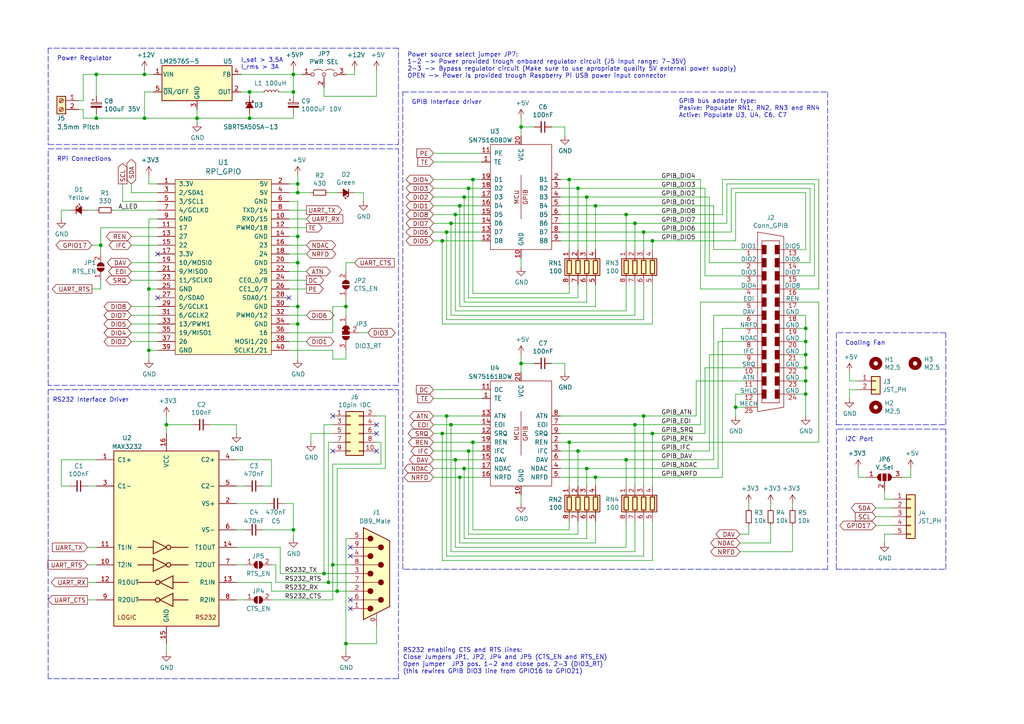
<source format=kicad_sch>
(kicad_sch (version 20211123) (generator eeschema)
  (paper "A4")
  (title_block (title "GrasPiB - Ver. 1") (date "2022-01-13") (rev "3") (company "Andraž Vene") (comment 1 "https://github.com/an-ven/graspib") (comment 4 "Raspberry Pi GPIB, RS232 and Power supply HAT"))
  (junction (at 85.09 21.59))
  (junction (at 41.91 21.59))
  (junction (at 170.18 57.15))
  (junction (at 134.62 57.15))
  (junction (at 233.68 114.3))
  (junction (at 184.15 64.77))
  (junction (at 151.13 36.83))
  (junction (at 129.54 67.31))
  (junction (at 135.89 130.81))
  (junction (at 233.68 110.49))
  (junction (at 189.23 69.85))
  (junction (at 132.08 62.23))
  (junction (at 186.69 67.31))
  (junction (at 137.16 52.07))
  (junction (at 129.54 120.65))
  (junction (at 189.23 125.73))
  (junction (at 86.36 68.58))
  (junction (at 233.68 99.06))
  (junction (at 133.35 59.69))
  (junction (at 134.62 135.89))
  (junction (at 128.27 69.85))
  (junction (at 100.33 88.9))
  (junction (at 151.13 105.41))
  (junction (at 172.72 59.69))
  (junction (at 57.15 34.29))
  (junction (at 93.98 166.37))
  (junction (at 41.91 34.29))
  (junction (at 165.1 128.27))
  (junction (at 27.94 34.29))
  (junction (at 133.35 138.43))
  (junction (at 233.68 95.25))
  (junction (at 137.16 128.27))
  (junction (at 213.36 118.11))
  (junction (at 29.21 71.12))
  (junction (at 97.79 171.45))
  (junction (at 85.09 153.67))
  (junction (at 184.15 123.19))
  (junction (at 86.36 76.2))
  (junction (at 72.39 26.67))
  (junction (at 100.33 186.69))
  (junction (at 172.72 138.43))
  (junction (at 96.52 163.83))
  (junction (at 27.94 21.59))
  (junction (at 167.64 54.61))
  (junction (at 165.1 52.07))
  (junction (at 86.36 93.98))
  (junction (at 128.27 125.73))
  (junction (at 186.69 120.65))
  (junction (at 130.81 123.19))
  (junction (at 233.68 102.87))
  (junction (at 86.36 55.88))
  (junction (at 233.68 106.68))
  (junction (at 43.18 101.6))
  (junction (at 181.61 62.23))
  (junction (at 130.81 64.77))
  (junction (at 86.36 88.9))
  (junction (at 135.89 54.61))
  (junction (at 95.25 168.91))
  (junction (at 48.26 123.19))
  (junction (at 170.18 135.89))
  (junction (at 85.09 26.67))
  (junction (at 181.61 133.35))
  (junction (at 72.39 34.29))
  (junction (at 167.64 130.81))
  (junction (at 86.36 53.34))
  (junction (at 43.18 83.82))
  (junction (at 132.08 133.35))
  (no_connect (at 101.6 161.29))
  (no_connect (at 45.72 73.66))
  (no_connect (at 101.6 158.75))
  (no_connect (at 96.52 130.81))
  (no_connect (at 83.82 86.36))
  (no_connect (at 109.22 130.81))
  (no_connect (at 45.72 86.36))
  (no_connect (at 101.6 176.53))
  (no_connect (at 101.6 173.99))
  (no_connect (at 109.22 125.73))
  (no_connect (at 109.22 123.19))
  (no_connect (at 96.52 120.65))
  (wire (pts (xy 130.81 64.77) (xy 139.7 64.77)))
  (wire (pts (xy 68.58 173.99) (xy 71.12 173.99)))
  (wire (pts (xy 38.1 93.98) (xy 45.72 93.98)))
  (wire (pts (xy 45.72 96.52) (xy 38.1 96.52)))
  (wire (pts (xy 110.49 134.62) (xy 110.49 128.27)))
  (wire (pts (xy 151.13 105.41) (xy 151.13 107.95)))
  (wire (pts (xy 135.89 54.61) (xy 139.7 54.61)))
  (wire (pts (xy 165.1 153.67) (xy 137.16 153.67)))
  (wire (pts (xy 43.18 104.14) (xy 43.18 101.6)))
  (wire (pts (xy 172.72 140.97) (xy 172.72 138.43)))
  (wire (pts (xy 162.56 59.69) (xy 172.72 59.69)))
  (wire (pts (xy 133.35 157.48) (xy 133.35 138.43)))
  (wire (pts (xy 134.62 87.63) (xy 134.62 57.15)))
  (wire (pts (xy 231.14 102.87) (xy 233.68 102.87)))
  (wire (pts (xy 172.72 82.55) (xy 172.72 88.9)))
  (wire (pts (xy 43.18 50.8) (xy 43.18 53.34)))
  (wire (pts (xy 130.81 160.02) (xy 130.81 123.19)))
  (wire (pts (xy 248.92 113.03) (xy 246.38 113.03)))
  (wire (pts (xy 162.56 57.15) (xy 170.18 57.15)))
  (wire (pts (xy 167.64 154.94) (xy 135.89 154.94)))
  (wire (pts (xy 85.09 21.59) (xy 69.85 21.59)))
  (wire (pts (xy 259.08 144.78) (xy 256.54 144.78)))
  (polyline (pts (xy 115.57 41.91) (xy 115.57 13.97)))
  (wire (pts (xy 137.16 85.09) (xy 137.16 52.07)))
  (wire (pts (xy 181.61 72.39) (xy 181.61 62.23)))
  (wire (pts (xy 165.1 128.27) (xy 237.49 128.27)))
  (wire (pts (xy 132.08 158.75) (xy 132.08 133.35)))
  (wire (pts (xy 151.13 77.47) (xy 151.13 74.93)))
  (wire (pts (xy 130.81 91.44) (xy 130.81 64.77)))
  (wire (pts (xy 88.9 83.82) (xy 83.82 83.82)))
  (wire (pts (xy 181.61 140.97) (xy 181.61 133.35)))
  (wire (pts (xy 162.56 135.89) (xy 170.18 135.89)))
  (wire (pts (xy 162.56 130.81) (xy 167.64 130.81)))
  (wire (pts (xy 24.13 34.29) (xy 27.94 34.29)))
  (wire (pts (xy 93.98 166.37) (xy 81.28 166.37)))
  (wire (pts (xy 97.79 171.45) (xy 78.74 171.45)))
  (polyline (pts (xy 13.97 13.97) (xy 13.97 41.91)))
  (wire (pts (xy 125.73 52.07) (xy 137.16 52.07)))
  (wire (pts (xy 165.1 82.55) (xy 165.1 85.09)))
  (wire (pts (xy 212.09 67.31) (xy 212.09 54.61)))
  (wire (pts (xy 165.1 151.13) (xy 165.1 153.67)))
  (wire (pts (xy 231.14 106.68) (xy 233.68 106.68)))
  (polyline (pts (xy 13.97 196.85) (xy 13.97 113.03)))
  (wire (pts (xy 29.21 83.82) (xy 26.67 83.82)))
  (wire (pts (xy 254 147.32) (xy 259.08 147.32)))
  (wire (pts (xy 201.93 110.49) (xy 215.9 110.49)))
  (wire (pts (xy 139.7 67.31) (xy 129.54 67.31)))
  (wire (pts (xy 24.13 21.59) (xy 27.94 21.59)))
  (wire (pts (xy 186.69 120.65) (xy 201.93 120.65)))
  (wire (pts (xy 209.55 62.23) (xy 209.55 52.07)))
  (wire (pts (xy 101.6 163.83) (xy 96.52 163.83)))
  (wire (pts (xy 139.7 135.89) (xy 134.62 135.89)))
  (wire (pts (xy 167.64 130.81) (xy 167.64 140.97)))
  (wire (pts (xy 189.23 93.98) (xy 128.27 93.98)))
  (wire (pts (xy 93.98 123.19) (xy 93.98 166.37)))
  (wire (pts (xy 57.15 34.29) (xy 72.39 34.29)))
  (wire (pts (xy 29.21 71.12) (xy 29.21 73.66)))
  (wire (pts (xy 27.94 60.96) (xy 25.4 60.96)))
  (wire (pts (xy 184.15 82.55) (xy 184.15 91.44)))
  (wire (pts (xy 45.72 91.44) (xy 38.1 91.44)))
  (wire (pts (xy 86.36 88.9) (xy 86.36 76.2)))
  (wire (pts (xy 78.74 171.45) (xy 78.74 168.91)))
  (polyline (pts (xy 116.84 165.1) (xy 116.84 26.67)))
  (wire (pts (xy 41.91 21.59) (xy 44.45 21.59)))
  (wire (pts (xy 125.73 57.15) (xy 134.62 57.15)))
  (wire (pts (xy 43.18 63.5) (xy 43.18 83.82)))
  (wire (pts (xy 229.87 146.05) (xy 229.87 147.32)))
  (wire (pts (xy 203.2 83.82) (xy 215.9 83.82)))
  (polyline (pts (xy 242.57 165.1) (xy 274.32 165.1)))
  (wire (pts (xy 172.72 72.39) (xy 172.72 59.69)))
  (wire (pts (xy 162.56 120.65) (xy 186.69 120.65)))
  (wire (pts (xy 100.33 88.9) (xy 100.33 91.44)))
  (wire (pts (xy 181.61 158.75) (xy 132.08 158.75)))
  (wire (pts (xy 184.15 151.13) (xy 184.15 160.02)))
  (wire (pts (xy 100.33 156.21) (xy 100.33 186.69)))
  (wire (pts (xy 57.15 34.29) (xy 57.15 31.75)))
  (wire (pts (xy 170.18 87.63) (xy 134.62 87.63)))
  (wire (pts (xy 151.13 34.29) (xy 151.13 36.83)))
  (wire (pts (xy 20.32 60.96) (xy 17.78 60.96)))
  (wire (pts (xy 181.61 62.23) (xy 209.55 62.23)))
  (wire (pts (xy 151.13 102.87) (xy 151.13 105.41)))
  (wire (pts (xy 27.94 168.91) (xy 25.4 168.91)))
  (wire (pts (xy 184.15 72.39) (xy 184.15 64.77)))
  (wire (pts (xy 237.49 128.27) (xy 237.49 87.63)))
  (wire (pts (xy 17.78 140.97) (xy 17.78 133.35)))
  (wire (pts (xy 72.39 34.29) (xy 85.09 34.29)))
  (wire (pts (xy 109.22 27.94) (xy 109.22 20.32)))
  (wire (pts (xy 45.72 83.82) (xy 43.18 83.82)))
  (wire (pts (xy 125.73 59.69) (xy 133.35 59.69)))
  (wire (pts (xy 264.16 138.43) (xy 264.16 135.89)))
  (wire (pts (xy 170.18 135.89) (xy 208.28 135.89)))
  (wire (pts (xy 233.68 102.87) (xy 233.68 99.06)))
  (wire (pts (xy 41.91 20.32) (xy 41.91 21.59)))
  (wire (pts (xy 203.2 123.19) (xy 203.2 87.63)))
  (wire (pts (xy 256.54 144.78) (xy 256.54 142.24)))
  (wire (pts (xy 129.54 92.71) (xy 129.54 67.31)))
  (wire (pts (xy 85.09 26.67) (xy 85.09 21.59)))
  (wire (pts (xy 204.47 54.61) (xy 204.47 80.01)))
  (wire (pts (xy 162.56 52.07) (xy 165.1 52.07)))
  (wire (pts (xy 85.09 153.67) (xy 85.09 146.05)))
  (polyline (pts (xy 115.57 13.97) (xy 13.97 13.97)))
  (wire (pts (xy 86.36 55.88) (xy 90.17 55.88)))
  (wire (pts (xy 133.35 138.43) (xy 139.7 138.43)))
  (wire (pts (xy 207.01 133.35) (xy 207.01 91.44)))
  (wire (pts (xy 25.4 158.75) (xy 27.94 158.75)))
  (wire (pts (xy 189.23 162.56) (xy 128.27 162.56)))
  (wire (pts (xy 132.08 62.23) (xy 139.7 62.23)))
  (wire (pts (xy 68.58 123.19) (xy 68.58 125.73)))
  (wire (pts (xy 259.08 154.94) (xy 256.54 154.94)))
  (wire (pts (xy 204.47 80.01) (xy 215.9 80.01)))
  (wire (pts (xy 248.92 138.43) (xy 248.92 135.89)))
  (wire (pts (xy 134.62 57.15) (xy 139.7 57.15)))
  (wire (pts (xy 135.89 130.81) (xy 125.73 130.81)))
  (wire (pts (xy 60.96 123.19) (xy 68.58 123.19)))
  (wire (pts (xy 128.27 162.56) (xy 128.27 125.73)))
  (wire (pts (xy 162.56 138.43) (xy 172.72 138.43)))
  (wire (pts (xy 184.15 64.77) (xy 210.82 64.77)))
  (wire (pts (xy 160.02 105.41) (xy 163.83 105.41)))
  (wire (pts (xy 132.08 133.35) (xy 139.7 133.35)))
  (wire (pts (xy 88.9 71.12) (xy 83.82 71.12)))
  (wire (pts (xy 88.9 78.74) (xy 83.82 78.74)))
  (wire (pts (xy 167.64 54.61) (xy 204.47 54.61)))
  (wire (pts (xy 186.69 92.71) (xy 129.54 92.71)))
  (wire (pts (xy 80.01 168.91) (xy 95.25 168.91)))
  (wire (pts (xy 170.18 82.55) (xy 170.18 87.63)))
  (wire (pts (xy 165.1 52.07) (xy 203.2 52.07)))
  (wire (pts (xy 86.36 104.14) (xy 86.36 93.98)))
  (wire (pts (xy 38.1 81.28) (xy 45.72 81.28)))
  (wire (pts (xy 205.74 102.87) (xy 215.9 102.87)))
  (wire (pts (xy 109.22 181.61) (xy 109.22 186.69)))
  (wire (pts (xy 189.23 82.55) (xy 189.23 93.98)))
  (wire (pts (xy 17.78 133.35) (xy 27.94 133.35)))
  (wire (pts (xy 83.82 66.04) (xy 88.9 66.04)))
  (polyline (pts (xy 115.57 196.85) (xy 13.97 196.85)))
  (wire (pts (xy 125.73 44.45) (xy 139.7 44.45)))
  (wire (pts (xy 20.32 140.97) (xy 17.78 140.97)))
  (wire (pts (xy 259.08 152.4) (xy 254 152.4)))
  (wire (pts (xy 213.36 120.65) (xy 213.36 118.11)))
  (wire (pts (xy 128.27 93.98) (xy 128.27 69.85)))
  (wire (pts (xy 172.72 88.9) (xy 133.35 88.9)))
  (wire (pts (xy 48.26 189.23) (xy 48.26 186.69)))
  (wire (pts (xy 35.56 58.42) (xy 35.56 53.34)))
  (wire (pts (xy 25.4 173.99) (xy 27.94 173.99)))
  (wire (pts (xy 93.98 123.19) (xy 96.52 123.19)))
  (wire (pts (xy 85.09 26.67) (xy 81.28 26.67)))
  (wire (pts (xy 100.33 78.74) (xy 100.33 76.2)))
  (wire (pts (xy 214.63 160.02) (xy 229.87 160.02)))
  (wire (pts (xy 207.01 72.39) (xy 215.9 72.39)))
  (wire (pts (xy 163.83 36.83) (xy 163.83 39.37)))
  (wire (pts (xy 85.09 156.21) (xy 85.09 153.67)))
  (wire (pts (xy 76.2 140.97) (xy 78.74 140.97)))
  (wire (pts (xy 133.35 59.69) (xy 139.7 59.69)))
  (wire (pts (xy 181.61 133.35) (xy 207.01 133.35)))
  (wire (pts (xy 27.94 163.83) (xy 25.4 163.83)))
  (wire (pts (xy 45.72 78.74) (xy 38.1 78.74)))
  (wire (pts (xy 167.64 54.61) (xy 167.64 72.39)))
  (wire (pts (xy 90.17 128.27) (xy 90.17 125.73)))
  (wire (pts (xy 96.52 96.52) (xy 96.52 88.9)))
  (wire (pts (xy 96.52 104.14) (xy 100.33 104.14)))
  (wire (pts (xy 181.61 82.55) (xy 181.61 90.17)))
  (wire (pts (xy 233.68 114.3) (xy 233.68 110.49)))
  (wire (pts (xy 29.21 81.28) (xy 29.21 83.82)))
  (wire (pts (xy 95.25 128.27) (xy 96.52 128.27)))
  (wire (pts (xy 125.73 54.61) (xy 135.89 54.61)))
  (wire (pts (xy 76.2 153.67) (xy 85.09 153.67)))
  (polyline (pts (xy 274.32 123.19) (xy 274.32 96.52)))
  (wire (pts (xy 236.22 80.01) (xy 231.14 80.01)))
  (wire (pts (xy 254 149.86) (xy 259.08 149.86)))
  (wire (pts (xy 167.64 82.55) (xy 167.64 86.36)))
  (polyline (pts (xy 115.57 111.76) (xy 13.97 111.76)))
  (wire (pts (xy 217.17 146.05) (xy 217.17 147.32)))
  (wire (pts (xy 223.52 146.05) (xy 223.52 147.32)))
  (wire (pts (xy 93.98 25.4) (xy 93.98 27.94)))
  (wire (pts (xy 233.68 120.65) (xy 233.68 114.3)))
  (wire (pts (xy 151.13 36.83) (xy 151.13 39.37)))
  (wire (pts (xy 44.45 26.67) (xy 41.91 26.67)))
  (wire (pts (xy 125.73 69.85) (xy 128.27 69.85)))
  (wire (pts (xy 101.6 156.21) (xy 100.33 156.21)))
  (wire (pts (xy 207.01 59.69) (xy 207.01 72.39)))
  (wire (pts (xy 189.23 151.13) (xy 189.23 162.56)))
  (wire (pts (xy 45.72 58.42) (xy 35.56 58.42)))
  (wire (pts (xy 129.54 161.29) (xy 129.54 120.65)))
  (wire (pts (xy 48.26 123.19) (xy 48.26 120.65)))
  (wire (pts (xy 233.68 95.25) (xy 233.68 91.44)))
  (wire (pts (xy 81.28 158.75) (xy 68.58 158.75)))
  (wire (pts (xy 181.61 90.17) (xy 132.08 90.17)))
  (wire (pts (xy 109.22 186.69) (xy 100.33 186.69)))
  (wire (pts (xy 261.62 138.43) (xy 264.16 138.43)))
  (wire (pts (xy 86.36 88.9) (xy 83.82 88.9)))
  (wire (pts (xy 162.56 54.61) (xy 167.64 54.61)))
  (wire (pts (xy 33.02 60.96) (xy 45.72 60.96)))
  (wire (pts (xy 246.38 110.49) (xy 246.38 107.95)))
  (wire (pts (xy 223.52 157.48) (xy 223.52 152.4)))
  (wire (pts (xy 203.2 87.63) (xy 215.9 87.63)))
  (wire (pts (xy 130.81 123.19) (xy 139.7 123.19)))
  (wire (pts (xy 110.49 128.27) (xy 109.22 128.27)))
  (wire (pts (xy 128.27 125.73) (xy 125.73 125.73)))
  (wire (pts (xy 256.54 154.94) (xy 256.54 157.48)))
  (wire (pts (xy 96.52 173.99) (xy 78.74 173.99)))
  (wire (pts (xy 134.62 135.89) (xy 125.73 135.89)))
  (wire (pts (xy 86.36 55.88) (xy 86.36 53.34)))
  (wire (pts (xy 172.72 157.48) (xy 133.35 157.48)))
  (wire (pts (xy 87.63 21.59) (xy 85.09 21.59)))
  (wire (pts (xy 160.02 36.83) (xy 163.83 36.83)))
  (wire (pts (xy 83.82 96.52) (xy 96.52 96.52)))
  (wire (pts (xy 207.01 91.44) (xy 215.9 91.44)))
  (wire (pts (xy 102.87 21.59) (xy 100.33 21.59)))
  (wire (pts (xy 210.82 64.77) (xy 210.82 53.34)))
  (wire (pts (xy 78.74 168.91) (xy 68.58 168.91)))
  (wire (pts (xy 233.68 72.39) (xy 231.14 72.39)))
  (wire (pts (xy 96.52 163.83) (xy 96.52 134.62)))
  (wire (pts (xy 27.94 140.97) (xy 25.4 140.97)))
  (wire (pts (xy 184.15 160.02) (xy 130.81 160.02)))
  (polyline (pts (xy 115.57 43.18) (xy 115.57 111.76)))
  (wire (pts (xy 137.16 128.27) (xy 139.7 128.27)))
  (wire (pts (xy 100.33 76.2) (xy 102.87 76.2)))
  (wire (pts (xy 68.58 146.05) (xy 77.47 146.05)))
  (wire (pts (xy 134.62 156.21) (xy 134.62 135.89)))
  (wire (pts (xy 26.67 71.12) (xy 29.21 71.12)))
  (wire (pts (xy 205.74 76.2) (xy 215.9 76.2)))
  (polyline (pts (xy 274.32 124.46) (xy 242.57 124.46)))
  (wire (pts (xy 76.2 26.67) (xy 72.39 26.67)))
  (wire (pts (xy 86.36 76.2) (xy 86.36 68.58)))
  (wire (pts (xy 111.76 135.89) (xy 97.79 135.89)))
  (wire (pts (xy 165.1 85.09) (xy 137.16 85.09)))
  (polyline (pts (xy 274.32 96.52) (xy 242.57 96.52)))
  (wire (pts (xy 209.55 95.25) (xy 215.9 95.25)))
  (wire (pts (xy 97.79 135.89) (xy 97.79 171.45)))
  (wire (pts (xy 234.95 76.2) (xy 231.14 76.2)))
  (wire (pts (xy 95.25 128.27) (xy 95.25 168.91)))
  (polyline (pts (xy 115.57 113.03) (xy 115.57 196.85)))
  (wire (pts (xy 100.33 86.36) (xy 100.33 88.9)))
  (wire (pts (xy 48.26 125.73) (xy 48.26 123.19)))
  (wire (pts (xy 172.72 151.13) (xy 172.72 157.48)))
  (wire (pts (xy 162.56 123.19) (xy 184.15 123.19)))
  (wire (pts (xy 186.69 151.13) (xy 186.69 161.29)))
  (wire (pts (xy 231.14 110.49) (xy 233.68 110.49)))
  (wire (pts (xy 38.1 68.58) (xy 45.72 68.58)))
  (wire (pts (xy 78.74 133.35) (xy 68.58 133.35)))
  (wire (pts (xy 233.68 110.49) (xy 233.68 106.68)))
  (wire (pts (xy 172.72 59.69) (xy 207.01 59.69)))
  (wire (pts (xy 55.88 123.19) (xy 48.26 123.19)))
  (wire (pts (xy 45.72 66.04) (xy 29.21 66.04)))
  (wire (pts (xy 186.69 140.97) (xy 186.69 120.65)))
  (polyline (pts (xy 242.57 96.52) (xy 242.57 123.19)))
  (wire (pts (xy 80.01 163.83) (xy 78.74 163.83)))
  (wire (pts (xy 163.83 105.41) (xy 163.83 107.95)))
  (wire (pts (xy 213.36 55.88) (xy 213.36 69.85)))
  (wire (pts (xy 85.09 27.94) (xy 85.09 26.67)))
  (wire (pts (xy 128.27 69.85) (xy 139.7 69.85)))
  (wire (pts (xy 24.13 31.75) (xy 24.13 34.29)))
  (wire (pts (xy 71.12 153.67) (xy 68.58 153.67)))
  (wire (pts (xy 165.1 140.97) (xy 165.1 128.27)))
  (wire (pts (xy 181.61 151.13) (xy 181.61 158.75)))
  (wire (pts (xy 83.82 91.44) (xy 88.9 91.44)))
  (wire (pts (xy 57.15 34.29) (xy 57.15 35.56)))
  (wire (pts (xy 125.73 133.35) (xy 132.08 133.35)))
  (wire (pts (xy 85.09 146.05) (xy 82.55 146.05)))
  (wire (pts (xy 186.69 161.29) (xy 129.54 161.29)))
  (wire (pts (xy 29.21 66.04) (xy 29.21 71.12)))
  (wire (pts (xy 83.82 101.6) (xy 96.52 101.6)))
  (wire (pts (xy 135.89 86.36) (xy 135.89 54.61)))
  (wire (pts (xy 38.1 55.88) (xy 38.1 53.34)))
  (wire (pts (xy 170.18 57.15) (xy 205.74 57.15)))
  (wire (pts (xy 162.56 67.31) (xy 186.69 67.31)))
  (wire (pts (xy 96.52 134.62) (xy 110.49 134.62)))
  (wire (pts (xy 208.28 135.89) (xy 208.28 99.06)))
  (wire (pts (xy 132.08 90.17) (xy 132.08 62.23)))
  (wire (pts (xy 90.17 125.73) (xy 96.52 125.73)))
  (wire (pts (xy 22.86 29.21) (xy 24.13 29.21)))
  (wire (pts (xy 162.56 62.23) (xy 181.61 62.23)))
  (wire (pts (xy 86.36 68.58) (xy 86.36 58.42)))
  (wire (pts (xy 102.87 20.32) (xy 102.87 21.59)))
  (polyline (pts (xy 242.57 123.19) (xy 274.32 123.19)))
  (polyline (pts (xy 13.97 43.18) (xy 115.57 43.18)))
  (polyline (pts (xy 242.57 124.46) (xy 242.57 165.1)))
  (wire (pts (xy 170.18 156.21) (xy 134.62 156.21)))
  (wire (pts (xy 125.73 123.19) (xy 130.81 123.19)))
  (wire (pts (xy 45.72 71.12) (xy 38.1 71.12)))
  (wire (pts (xy 170.18 151.13) (xy 170.18 156.21)))
  (wire (pts (xy 129.54 67.31) (xy 125.73 67.31)))
  (wire (pts (xy 45.72 63.5) (xy 43.18 63.5)))
  (polyline (pts (xy 240.03 26.67) (xy 240.03 165.1)))
  (wire (pts (xy 125.73 128.27) (xy 137.16 128.27)))
  (wire (pts (xy 205.74 57.15) (xy 205.74 76.2)))
  (wire (pts (xy 213.36 55.88) (xy 233.68 55.88)))
  (wire (pts (xy 71.12 163.83) (xy 68.58 163.83)))
  (wire (pts (xy 184.15 123.19) (xy 203.2 123.19)))
  (wire (pts (xy 201.93 120.65) (xy 201.93 110.49)))
  (wire (pts (xy 83.82 99.06) (xy 88.9 99.06)))
  (wire (pts (xy 83.82 73.66) (xy 88.9 73.66)))
  (wire (pts (xy 139.7 113.03) (xy 125.73 113.03)))
  (wire (pts (xy 167.64 151.13) (xy 167.64 154.94)))
  (wire (pts (xy 41.91 26.67) (xy 41.91 34.29)))
  (wire (pts (xy 236.22 53.34) (xy 236.22 80.01)))
  (wire (pts (xy 189.23 69.85) (xy 213.36 69.85)))
  (wire (pts (xy 83.82 55.88) (xy 86.36 55.88)))
  (wire (pts (xy 217.17 154.94) (xy 217.17 152.4)))
  (wire (pts (xy 125.73 46.99) (xy 139.7 46.99)))
  (wire (pts (xy 86.36 93.98) (xy 83.82 93.98)))
  (wire (pts (xy 38.1 88.9) (xy 45.72 88.9)))
  (polyline (pts (xy 274.32 165.1) (xy 274.32 124.46)))
  (wire (pts (xy 106.68 96.52) (xy 104.14 96.52)))
  (wire (pts (xy 231.14 95.25) (xy 233.68 95.25)))
  (wire (pts (xy 17.78 63.5) (xy 17.78 60.96)))
  (wire (pts (xy 100.33 104.14) (xy 100.33 101.6)))
  (wire (pts (xy 208.28 99.06) (xy 215.9 99.06)))
  (wire (pts (xy 139.7 130.81) (xy 135.89 130.81)))
  (wire (pts (xy 109.22 120.65) (xy 111.76 120.65)))
  (wire (pts (xy 86.36 53.34) (xy 86.36 50.8)))
  (wire (pts (xy 212.09 54.61) (xy 234.95 54.61)))
  (wire (pts (xy 167.64 86.36) (xy 135.89 86.36)))
  (wire (pts (xy 237.49 87.63) (xy 231.14 87.63)))
  (wire (pts (xy 38.1 99.06) (xy 45.72 99.06)))
  (wire (pts (xy 151.13 146.05) (xy 151.13 143.51)))
  (wire (pts (xy 214.63 154.94) (xy 217.17 154.94)))
  (polyline (pts (xy 13.97 113.03) (xy 115.57 113.03)))
  (wire (pts (xy 167.64 130.81) (xy 205.74 130.81)))
  (wire (pts (xy 125.73 138.43) (xy 133.35 138.43)))
  (wire (pts (xy 210.82 53.34) (xy 236.22 53.34)))
  (wire (pts (xy 189.23 72.39) (xy 189.23 69.85)))
  (wire (pts (xy 203.2 52.07) (xy 203.2 83.82)))
  (wire (pts (xy 81.28 166.37) (xy 81.28 158.75)))
  (wire (pts (xy 204.47 106.68) (xy 215.9 106.68)))
  (wire (pts (xy 233.68 114.3) (xy 231.14 114.3)))
  (wire (pts (xy 43.18 83.82) (xy 43.18 101.6)))
  (wire (pts (xy 133.35 88.9) (xy 133.35 59.69)))
  (wire (pts (xy 162.56 125.73) (xy 189.23 125.73)))
  (wire (pts (xy 24.13 29.21) (xy 24.13 21.59)))
  (wire (pts (xy 83.82 53.34) (xy 86.36 53.34)))
  (wire (pts (xy 184.15 91.44) (xy 130.81 91.44)))
  (wire (pts (xy 27.94 27.94) (xy 27.94 21.59)))
  (wire (pts (xy 229.87 160.02) (xy 229.87 152.4)))
  (wire (pts (xy 96.52 88.9) (xy 100.33 88.9)))
  (wire (pts (xy 78.74 140.97) (xy 78.74 133.35)))
  (wire (pts (xy 162.56 69.85) (xy 189.23 69.85)))
  (wire (pts (xy 213.36 114.3) (xy 215.9 114.3)))
  (wire (pts (xy 86.36 93.98) (xy 86.36 88.9)))
  (wire (pts (xy 189.23 125.73) (xy 204.47 125.73)))
  (wire (pts (xy 129.54 120.65) (xy 125.73 120.65)))
  (wire (pts (xy 83.82 81.28) (xy 88.9 81.28)))
  (wire (pts (xy 96.52 101.6) (xy 96.52 104.14)))
  (wire (pts (xy 135.89 154.94) (xy 135.89 130.81)))
  (wire (pts (xy 154.94 105.41) (xy 151.13 105.41)))
  (wire (pts (xy 95.25 168.91) (xy 101.6 168.91)))
  (polyline (pts (xy 240.03 165.1) (xy 116.84 165.1)))
  (wire (pts (xy 105.41 55.88) (xy 105.41 58.42)))
  (wire (pts (xy 162.56 64.77) (xy 184.15 64.77)))
  (wire (pts (xy 27.94 21.59) (xy 41.91 21.59)))
  (wire (pts (xy 88.9 60.96) (xy 83.82 60.96)))
  (wire (pts (xy 215.9 118.11) (xy 213.36 118.11)))
  (wire (pts (xy 27.94 34.29) (xy 41.91 34.29)))
  (wire (pts (xy 72.39 26.67) (xy 69.85 26.67)))
  (wire (pts (xy 125.73 62.23) (xy 132.08 62.23)))
  (wire (pts (xy 43.18 101.6) (xy 45.72 101.6)))
  (wire (pts (xy 234.95 54.61) (xy 234.95 76.2)))
  (wire (pts (xy 233.68 91.44) (xy 231.14 91.44)))
  (wire (pts (xy 68.58 140.97) (xy 71.12 140.97)))
  (wire (pts (xy 162.56 133.35) (xy 181.61 133.35)))
  (wire (pts (xy 22.86 31.75) (xy 24.13 31.75)))
  (wire (pts (xy 214.63 157.48) (xy 223.52 157.48)))
  (wire (pts (xy 137.16 153.67) (xy 137.16 128.27)))
  (wire (pts (xy 186.69 82.55) (xy 186.69 92.71)))
  (wire (pts (xy 41.91 34.29) (xy 57.15 34.29)))
  (wire (pts (xy 231.14 99.06) (xy 233.68 99.06)))
  (wire (pts (xy 233.68 55.88) (xy 233.68 72.39)))
  (wire (pts (xy 184.15 123.19) (xy 184.15 140.97)))
  (wire (pts (xy 139.7 120.65) (xy 129.54 120.65)))
  (wire (pts (xy 93.98 27.94) (xy 109.22 27.94)))
  (wire (pts (xy 72.39 34.29) (xy 72.39 33.02)))
  (wire (pts (xy 43.18 53.34) (xy 45.72 53.34)))
  (wire (pts (xy 204.47 125.73) (xy 204.47 106.68)))
  (wire (pts (xy 86.36 68.58) (xy 83.82 68.58)))
  (wire (pts (xy 85.09 20.32) (xy 85.09 21.59)))
  (wire (pts (xy 248.92 110.49) (xy 246.38 110.49)))
  (polyline (pts (xy 13.97 41.91) (xy 115.57 41.91)))
  (wire (pts (xy 38.1 76.2) (xy 45.72 76.2)))
  (wire (pts (xy 139.7 125.73) (xy 128.27 125.73)))
  (wire (pts (xy 125.73 115.57) (xy 139.7 115.57)))
  (wire (pts (xy 80.01 168.91) (xy 80.01 163.83)))
  (wire (pts (xy 162.56 128.27) (xy 165.1 128.27)))
  (wire (pts (xy 83.82 63.5) (xy 88.9 63.5)))
  (wire (pts (xy 165.1 72.39) (xy 165.1 52.07)))
  (wire (pts (xy 100.33 186.69) (xy 100.33 189.23)))
  (wire (pts (xy 101.6 166.37) (xy 93.98 166.37)))
  (wire (pts (xy 251.46 138.43) (xy 248.92 138.43)))
  (wire (pts (xy 45.72 55.88) (xy 38.1 55.88)))
  (wire (pts (xy 205.74 130.81) (xy 205.74 102.87)))
  (wire (pts (xy 172.72 138.43) (xy 209.55 138.43)))
  (wire (pts (xy 246.38 113.03) (xy 246.38 115.57)))
  (wire (pts (xy 154.94 36.83) (xy 151.13 36.83)))
  (wire (pts (xy 102.87 55.88) (xy 105.41 55.88)))
  (wire (pts (xy 209.55 52.07) (xy 237.49 52.07)))
  (wire (pts (xy 189.23 140.97) (xy 189.23 125.73)))
  (wire (pts (xy 111.76 120.65) (xy 111.76 135.89)))
  (wire (pts (xy 125.73 64.77) (xy 130.81 64.77)))
  (wire (pts (xy 237.49 52.07) (xy 237.49 83.82)))
  (wire (pts (xy 95.25 55.88) (xy 97.79 55.88)))
  (wire (pts (xy 186.69 67.31) (xy 212.09 67.31)))
  (wire (pts (xy 170.18 72.39) (xy 170.18 57.15)))
  (wire (pts (xy 101.6 171.45) (xy 97.79 171.45)))
  (wire (pts (xy 86.36 58.42) (xy 83.82 58.42)))
  (wire (pts (xy 233.68 99.06) (xy 233.68 95.25)))
  (wire (pts (xy 27.94 33.02) (xy 27.94 34.29)))
  (wire (pts (xy 170.18 140.97) (xy 170.18 135.89)))
  (wire (pts (xy 209.55 138.43) (xy 209.55 95.25)))
  (wire (pts (xy 137.16 52.07) (xy 139.7 52.07)))
  (wire (pts (xy 233.68 106.68) (xy 233.68 102.87)))
  (wire (pts (xy 72.39 27.94) (xy 72.39 26.67)))
  (polyline (pts (xy 116.84 26.67) (xy 240.03 26.67)))
  (wire (pts (xy 213.36 118.11) (xy 213.36 114.3)))
  (wire (pts (xy 85.09 34.29) (xy 85.09 33.02)))
  (polyline (pts (xy 13.97 111.76) (xy 13.97 43.18)))
  (wire (pts (xy 237.49 83.82) (xy 231.14 83.82)))
  (wire (pts (xy 96.52 163.83) (xy 96.52 173.99)))
  (wire (pts (xy 86.36 76.2) (xy 83.82 76.2)))
  (wire (pts (xy 186.69 72.39) (xy 186.69 67.31)))
  (text "Power Regulator" (at 16.51 17.78 0) (effects (font (size 1.27 1.27)) (justify left bottom)))
  (text "I2C Port" (at 245.11 128.27 0) (effects (font (size 1.27 1.27)) (justify left bottom)))
  (text "Power source select jumper JP7:\n1-2 -> Power provided trough onboard regulator circuit (J5 Input range: 7-35V)\n2-3 -> Bypass regulator circuit (Make sure to use apropriate quality 5V external power supply)\nOPEN -> Power is provided trough Raspberry Pi USB power input connector\n" (at 118.11 22.86 0) (effects (font (size 1.27 1.27)) (justify left bottom)))
  (text "GPIB bus adapter type:\nPasive: Populate RN1, RN2, RN3 and RN4\nActive: Populate U3, U4, C6, C7" (at 196.85 34.29 0) (effects (font (size 1.27 1.27)) (justify left bottom)))
  (text "GPIB Interface driver" (at 119.38 30.48 0) (effects (font (size 1.27 1.27)) (justify left bottom)))
  (text "I_sat > 3,5A\nI_rms > 3A" (at 69.85 20.32 0) (effects (font (size 1.27 1.27)) (justify left bottom)))
  (text "RS232 enabling CTS and RTS lines:\nClose Jumpers JP1, JP2, JP4 and JP5 (CTS_EN and RTS_EN)\nOpen jumper  JP3 pos. 1-2 and close pos. 2-3 (DIO3_RT)\n(this rewires GPIB DIO3 line from GPIO16 to GPIO21)" (at 116.84 195.58 0) (effects (font (size 1.27 1.27)) (justify left bottom)))
  (text "RS232 Interface Driver" (at 15.24 116.84 0) (effects (font (size 1.27 1.27)) (justify left bottom)))
  (text "RPi Connections" (at 16.51 46.99 0) (effects (font (size 1.27 1.27)) (justify left bottom)))
  (text "Cooling Fan\n" (at 245.11 100.33 0) (effects (font (size 1.27 1.27)) (justify left bottom)))
  (label "GPIB_DIO1" (at 191.77 59.69 0))
  (label "GPIB_IFC" (at 191.77 130.81 0))
  (label "GPIB_DIO8" (at 191.77 62.23 0))
  (label "RS232_RX" (at 82.55 171.45 0))
  (label "RS232_CTS" (at 82.55 173.99 0))
  (label "GPIB_REN" (at 191.77 128.27 0))
  (label "RS232_RTS" (at 82.55 168.91 0))
  (label "GPIB_ATN" (at 191.77 120.65 0))
  (label "GPIB_NRFD" (at 191.77 138.43 0))
  (label "GPIB_DIO6" (at 191.77 67.31 0))
  (label "GPIB_DIO2" (at 191.77 57.15 0))
  (label "GPIB_DIO4" (at 191.77 52.07 0))
  (label "GPIB_DIO7" (at 191.77 64.77 0))
  (label "A_LED" (at 34.29 60.96 0))
  (label "GPIB_DAV" (at 191.77 133.35 0))
  (label "GPIB_EOI" (at 191.77 123.19 0))
  (label "RS232_TX" (at 82.55 166.37 0))
  (label "GPIB_SRQ" (at 191.77 125.73 0))
  (label "GPIB_DIO5" (at 191.77 69.85 0))
  (label "GPIB_NDAC" (at 191.77 135.89 0))
  (label "GPIB_DIO3" (at 191.77 54.61 0))
  (global_label "EOI" (shape bidirectional) (at 38.1 78.74 180) (property "Intersheet References" "${INTERSHEET_REFS}" (effects hide)))
  (global_label "GPIO17" (shape bidirectional) (at 26.67 71.12 180) (property "Intersheet References" "${INTERSHEET_REFS}" (effects hide)))
  (global_label "IFC" (shape bidirectional) (at 125.73 130.81 180) (property "Intersheet References" "${INTERSHEET_REFS}" (effects hide)))
  (global_label "TE" (shape output) (at 88.9 66.04 0) (property "Intersheet References" "${INTERSHEET_REFS}" (effects hide)))
  (global_label "SCL" (shape output) (at 35.56 53.34 90) (property "Intersheet References" "${INTERSHEET_REFS}" (effects hide)))
  (global_label "DIO2" (shape bidirectional) (at 38.1 99.06 180) (property "Intersheet References" "${INTERSHEET_REFS}" (effects hide)))
  (global_label "UART_RX" (shape input) (at 88.9 63.5 0) (property "Intersheet References" "${INTERSHEET_REFS}" (effects hide)))
  (global_label "DIO1" (shape bidirectional) (at 125.73 59.69 180) (property "Intersheet References" "${INTERSHEET_REFS}" (effects hide)))
  (global_label "PE" (shape output) (at 88.9 83.82 0) (property "Intersheet References" "${INTERSHEET_REFS}" (effects hide)))
  (global_label "SRQ" (shape bidirectional) (at 125.73 125.73 180) (property "Intersheet References" "${INTERSHEET_REFS}" (effects hide)))
  (global_label "DIO7" (shape bidirectional) (at 38.1 91.44 180) (property "Intersheet References" "${INTERSHEET_REFS}" (effects hide)))
  (global_label "SCL" (shape input) (at 254 149.86 180) (property "Intersheet References" "${INTERSHEET_REFS}" (effects hide)))
  (global_label "NRFD" (shape bidirectional) (at 125.73 138.43 180) (property "Intersheet References" "${INTERSHEET_REFS}" (effects hide)))
  (global_label "TE" (shape input) (at 125.73 46.99 180) (property "Intersheet References" "${INTERSHEET_REFS}" (effects hide)))
  (global_label "SDA" (shape bidirectional) (at 38.1 53.34 90) (property "Intersheet References" "${INTERSHEET_REFS}" (effects hide)))
  (global_label "PE" (shape input) (at 125.73 44.45 180) (property "Intersheet References" "${INTERSHEET_REFS}" (effects hide)))
  (global_label "DAV" (shape bidirectional) (at 38.1 76.2 180) (property "Intersheet References" "${INTERSHEET_REFS}" (effects hide)))
  (global_label "DIO8" (shape bidirectional) (at 38.1 88.9 180) (property "Intersheet References" "${INTERSHEET_REFS}" (effects hide)))
  (global_label "ATN" (shape bidirectional) (at 125.73 120.65 180) (property "Intersheet References" "${INTERSHEET_REFS}" (effects hide)))
  (global_label "UART_RX" (shape output) (at 25.4 168.91 180) (property "Intersheet References" "${INTERSHEET_REFS}" (effects hide)))
  (global_label "SDA" (shape bidirectional) (at 254 147.32 180) (property "Intersheet References" "${INTERSHEET_REFS}" (effects hide)))
  (global_label "GPIO17" (shape bidirectional) (at 254 152.4 180) (property "Intersheet References" "${INTERSHEET_REFS}" (effects hide)))
  (global_label "DAV" (shape bidirectional) (at 125.73 133.35 180) (property "Intersheet References" "${INTERSHEET_REFS}" (effects hide)))
  (global_label "DIO6" (shape bidirectional) (at 125.73 67.31 180) (property "Intersheet References" "${INTERSHEET_REFS}" (effects hide)))
  (global_label "UART_RTS" (shape output) (at 26.67 83.82 180) (property "Intersheet References" "${INTERSHEET_REFS}" (effects hide)))
  (global_label "DIO4" (shape bidirectional) (at 38.1 96.52 180) (property "Intersheet References" "${INTERSHEET_REFS}" (effects hide)))
  (global_label "DIO1" (shape bidirectional) (at 88.9 99.06 0) (property "Intersheet References" "${INTERSHEET_REFS}" (effects hide)))
  (global_label "NDAC" (shape bidirectional) (at 125.73 135.89 180) (property "Intersheet References" "${INTERSHEET_REFS}" (effects hide)))
  (global_label "DIO8" (shape bidirectional) (at 125.73 62.23 180) (property "Intersheet References" "${INTERSHEET_REFS}" (effects hide)))
  (global_label "REN" (shape bidirectional) (at 125.73 128.27 180) (property "Intersheet References" "${INTERSHEET_REFS}" (effects hide)))
  (global_label "DIO4" (shape bidirectional) (at 125.73 52.07 180) (property "Intersheet References" "${INTERSHEET_REFS}" (effects hide)))
  (global_label "DIO6" (shape bidirectional) (at 88.9 91.44 0) (property "Intersheet References" "${INTERSHEET_REFS}" (effects hide)))
  (global_label "DC" (shape output) (at 88.9 81.28 0) (property "Intersheet References" "${INTERSHEET_REFS}" (effects hide)))
  (global_label "EOI" (shape bidirectional) (at 125.73 123.19 180) (property "Intersheet References" "${INTERSHEET_REFS}" (effects hide)))
  (global_label "DIO5" (shape bidirectional) (at 125.73 69.85 180) (property "Intersheet References" "${INTERSHEET_REFS}" (effects hide)))
  (global_label "UART_RTS" (shape input) (at 25.4 163.83 180) (property "Intersheet References" "${INTERSHEET_REFS}" (effects hide)))
  (global_label "TE" (shape input) (at 125.73 115.57 180) (property "Intersheet References" "${INTERSHEET_REFS}" (effects hide)))
  (global_label "DIO3" (shape bidirectional) (at 106.68 96.52 0) (property "Intersheet References" "${INTERSHEET_REFS}" (effects hide)))
  (global_label "ATN" (shape bidirectional) (at 88.9 78.74 0) (property "Intersheet References" "${INTERSHEET_REFS}" (effects hide)))
  (global_label "SRQ" (shape bidirectional) (at 38.1 81.28 180) (property "Intersheet References" "${INTERSHEET_REFS}" (effects hide)))
  (global_label "UART_TX" (shape input) (at 25.4 158.75 180) (property "Intersheet References" "${INTERSHEET_REFS}" (effects hide)))
  (global_label "DC" (shape input) (at 125.73 113.03 180) (property "Intersheet References" "${INTERSHEET_REFS}" (effects hide)))
  (global_label "NRFD" (shape bidirectional) (at 214.63 160.02 180) (property "Intersheet References" "${INTERSHEET_REFS}" (effects hide)))
  (global_label "DAV" (shape bidirectional) (at 214.63 154.94 180) (property "Intersheet References" "${INTERSHEET_REFS}" (effects hide)))
  (global_label "NDAC" (shape bidirectional) (at 214.63 157.48 180) (property "Intersheet References" "${INTERSHEET_REFS}" (effects hide)))
  (global_label "DIO7" (shape bidirectional) (at 125.73 64.77 180) (property "Intersheet References" "${INTERSHEET_REFS}" (effects hide)))
  (global_label "DIO3" (shape bidirectional) (at 125.73 54.61 180) (property "Intersheet References" "${INTERSHEET_REFS}" (effects hide)))
  (global_label "DIO5" (shape bidirectional) (at 38.1 93.98 180) (property "Intersheet References" "${INTERSHEET_REFS}" (effects hide)))
  (global_label "IFC" (shape bidirectional) (at 38.1 71.12 180) (property "Intersheet References" "${INTERSHEET_REFS}" (effects hide)))
  (global_label "NDAC" (shape bidirectional) (at 88.9 71.12 0) (property "Intersheet References" "${INTERSHEET_REFS}" (effects hide)))
  (global_label "UART_TX" (shape output) (at 88.9 60.96 0) (property "Intersheet References" "${INTERSHEET_REFS}" (effects hide)))
  (global_label "UART_CTS" (shape output) (at 25.4 173.99 180) (property "Intersheet References" "${INTERSHEET_REFS}" (effects hide)))
  (global_label "UART_CTS" (shape input) (at 102.87 76.2 0) (property "Intersheet References" "${INTERSHEET_REFS}" (effects hide)))
  (global_label "DIO2" (shape bidirectional) (at 125.73 57.15 180) (property "Intersheet References" "${INTERSHEET_REFS}" (effects hide)))
  (global_label "NRFD" (shape bidirectional) (at 88.9 73.66 0) (property "Intersheet References" "${INTERSHEET_REFS}" (effects hide)))
  (global_label "REN" (shape bidirectional) (at 38.1 68.58 180) (property "Intersheet References" "${INTERSHEET_REFS}" (effects hide)))
  (symbol (lib_id "GPIB_lib:SN75160BDW") (at 151.13 57.15 0) (unit 1)
    (property "Reference" "U3" (at 143.51 38.1 0))
    (property "Value" "SN75160BDW" (at 142.24 40.64 0))
    (property "Footprint" "Package_SO:SO-20_12.8x7.5mm_P1.27mm" (effects hide))
    (property "Datasheet" "https://www.ti.com/lit/ds/symlink/sn75160b.pdf" (effects hide))
  )
  (symbol (lib_id "GPIB_lib:SN75161BDW") (at 151.13 125.73 0) (unit 1)
    (property "Reference" "U4" (at 143.51 106.68 0))
    (property "Value" "SN75161BDW" (at 142.24 109.22 0))
    (property "Footprint" "Package_SO:SO-20_12.8x7.5mm_P1.27mm" (effects hide))
    (property "Datasheet" "https://www.ti.com/lit/ds/symlink/sn75161b.pdf" (effects hide))
  )
  (symbol (lib_id "GPIB_lib:Conn_GPIB") (at 223.52 92.71 0) (unit 1)
    (property "Reference" "J2" (at 223.52 63.119 0))
    (property "Value" "Conn_GPIB" (at 223.52 65.4304 0))
    (property "Footprint" "Connector_GPIB:NorComp_112-024-213R001" (effects hide))
  )
  (symbol (lib_id "GrasPiB_v1-rescue:C_Small-Device") (at 157.48 105.41 270) (unit 1)
    (property "Reference" "C7" (at 157.48 99.5934 90))
    (property "Value" "100nF" (at 157.48 101.9048 90))
    (property "Footprint" "Capacitor_SMD:C_0603_1608Metric_Pad1.08x0.95mm_HandSolder" (effects hide))
  )
  (symbol (lib_id "GrasPiB_v1-rescue:C_Small-Device") (at 157.48 36.83 270) (unit 1)
    (property "Reference" "C6" (at 157.48 31.0134 90))
    (property "Value" "100nF" (at 157.48 33.3248 90))
    (property "Footprint" "Capacitor_SMD:C_0603_1608Metric_Pad1.08x0.95mm_HandSolder" (effects hide))
  )
  (symbol (lib_id "GrasPiB_v1-rescue:+5V-power") (at 151.13 102.87 0) (unit 1)
    (property "Reference" "#PWR014" (effects hide))
    (property "Value" "+5V" (at 151.511 98.4758 0))
  )
  (symbol (lib_id "GrasPiB_v1-rescue:+5V-power") (at 151.13 34.29 0) (unit 1)
    (property "Reference" "#PWR012" (effects hide))
    (property "Value" "+5V" (at 151.511 29.8958 0))
  )
  (symbol (lib_id "GrasPiB_v1-rescue:GND-power") (at 151.13 77.47 0) (unit 1)
    (property "Reference" "#PWR013" (effects hide))
    (property "Value" "GND" (at 151.257 81.8642 0))
  )
  (symbol (lib_id "GrasPiB_v1-rescue:GND-power") (at 163.83 39.37 0) (unit 1)
    (property "Reference" "#PWR016" (effects hide))
    (property "Value" "GND" (at 163.957 43.7642 0))
  )
  (symbol (lib_id "GrasPiB_v1-rescue:GND-power") (at 163.83 107.95 0) (unit 1)
    (property "Reference" "#PWR017" (effects hide))
    (property "Value" "GND" (at 163.957 112.3442 0))
  )
  (symbol (lib_id "GrasPiB_v1-rescue:GND-power") (at 151.13 146.05 0) (unit 1)
    (property "Reference" "#PWR015" (effects hide))
    (property "Value" "GND" (at 151.257 150.4442 0))
  )
  (symbol (lib_id "GrasPiB_v1-rescue:GND-power") (at 213.36 120.65 0) (unit 1)
    (property "Reference" "#PWR018" (effects hide))
    (property "Value" "GND" (at 213.487 125.0442 0))
  )
  (symbol (lib_id "GrasPiB_v1-rescue:GND-power") (at 233.68 120.65 0) (unit 1)
    (property "Reference" "#PWR019" (effects hide))
    (property "Value" "GND" (at 233.807 125.0442 0))
  )
  (symbol (lib_id "GrasPiB_v1-rescue:L_Small-Device") (at 78.74 26.67 90) (unit 1)
    (property "Reference" "L1" (at 74.93 24.13 90))
    (property "Value" "100uH" (at 80.01 24.13 90))
    (property "Footprint" "Inductor_SMD:L_Wuerth_WE-PD-Typ-LS" (effects hide))
  )
  (symbol (lib_id "GrasPiB_v1-rescue:D_Schottky_Small_ALT-Device") (at 72.39 30.48 270) (unit 1)
    (property "Reference" "D3" (at 73.66 30.48 90) (effects (justify left)))
    (property "Value" "SBRT5A50SA-13" (at 64.77 36.83 90) (effects (justify left)))
    (property "Footprint" "Diode_SMD:D_SMA_Handsoldering" (effects hide))
  )
  (symbol (lib_id "GrasPiB_v1-rescue:CP_Small-Device") (at 85.09 30.48 0) (unit 1)
    (property "Reference" "C9" (at 87.3252 29.3116 0) (effects (justify left)))
    (property "Value" "1000uF 10V" (at 87.3252 31.623 0) (effects (justify left)))
    (property "Footprint" "Capacitor_SMD:CP_Elec_10x10" (effects hide))
  )
  (symbol (lib_id "GrasPiB_v1-rescue:CP_Small-Device") (at 27.94 30.48 0) (unit 1)
    (property "Reference" "C8" (at 30.1752 29.3116 0) (effects (justify left)))
    (property "Value" "100uF 35V" (at 30.1752 31.623 0) (effects (justify left)))
    (property "Footprint" "Capacitor_SMD:CP_Elec_10x10" (effects hide))
  )
  (symbol (lib_id "GrasPiB_v1-rescue:LM2576S-5-Regulator_Switching") (at 57.15 24.13 0) (unit 1)
    (property "Reference" "U5" (at 66.04 17.78 0))
    (property "Value" "LM2576S-5" (at 52.07 17.78 0))
    (property "Footprint" "Package_TO_SOT_SMD:TO-263-5_TabPin3" (effects hide))
    (property "Datasheet" "http://www.ti.com/lit/ds/symlink/lm2576.pdf" (effects hide))
  )
  (symbol (lib_id "GrasPiB_v1-rescue:GND-power") (at 57.15 35.56 0) (unit 1)
    (property "Reference" "#PWR0101" (effects hide))
    (property "Value" "GND" (at 57.277 39.9542 0))
  )
  (symbol (lib_id "RaspberryPi:RPi_GPIO") (at 64.77 77.47 270) (unit 1)
    (property "Reference" "U1" (at 64.77 47.0662 90) (effects (font (size 1.524 1.524))))
    (property "Value" "RPi_GPIO" (at 64.77 49.7586 90) (effects (font (size 1.524 1.524))))
    (property "Footprint" "RaspberryPi:RPi4_Hat" (effects hide))
  )
  (symbol (lib_id "GrasPiB_v1-rescue:+5V-power") (at 86.36 50.8 0) (unit 1)
    (property "Reference" "#PWR06" (effects hide))
    (property "Value" "+5V" (at 86.741 46.4058 0))
  )
  (symbol (lib_id "GrasPiB_v1-rescue:+3.3V-power") (at 43.18 50.8 0) (unit 1)
    (property "Reference" "#PWR02" (effects hide))
    (property "Value" "+3.3V" (at 43.561 46.4058 0))
  )
  (symbol (lib_id "GrasPiB_v1-rescue:GND-power") (at 86.36 104.14 0) (unit 1)
    (property "Reference" "#PWR07" (effects hide))
    (property "Value" "GND" (at 86.487 108.5342 0))
  )
  (symbol (lib_id "GrasPiB_v1-rescue:GND-power") (at 43.18 104.14 0) (unit 1)
    (property "Reference" "#PWR03" (effects hide))
    (property "Value" "GND" (at 43.307 108.5342 0))
  )
  (symbol (lib_id "GrasPiB_v1-rescue:Conn_02x05_Odd_Even-Connector_Generic") (at 101.6 125.73 0) (unit 1)
    (property "Reference" "J6" (at 102.87 115.1382 0))
    (property "Value" "10pin IDC" (at 102.87 117.4496 0))
    (property "Footprint" "Connector_IDC:IDC-Header_2x05_P2.54mm_Vertical" (effects hide))
  )
  (symbol (lib_id "GrasPiB_v1-rescue:+5V-power") (at 109.22 20.32 0) (unit 1)
    (property "Reference" "#PWR0103" (effects hide))
    (property "Value" "+5V" (at 109.601 15.9258 0))
  )
  (symbol (lib_id "GrasPiB_v1-rescue:MountingHole-Mechanical") (at 265.43 105.41 0) (unit 1)
    (property "Reference" "H3" (at 267.97 104.2416 0) (effects (justify left)))
    (property "Value" "M2,5" (at 267.97 106.553 0) (effects (justify left)))
    (property "Footprint" "MountingHole:MountingHole_2.7mm_M2.5" (effects hide))
  )
  (symbol (lib_id "GrasPiB_v1-rescue:Conn_01x02-Connector_Generic") (at 254 110.49 0) (unit 1)
    (property "Reference" "J3" (at 256.032 110.6932 0) (effects (justify left)))
    (property "Value" "JST_PH" (at 256.032 113.0046 0) (effects (justify left)))
    (property "Footprint" "Connector_JST:JST_PH_B2B-PH-K_1x02_P2.00mm_Vertical" (effects hide))
  )
  (symbol (lib_id "GrasPiB_v1-rescue:MountingHole-Mechanical") (at 254 105.41 0) (unit 1)
    (property "Reference" "H1" (at 256.54 104.2416 0) (effects (justify left)))
    (property "Value" "M2,5" (at 256.54 106.553 0) (effects (justify left)))
    (property "Footprint" "MountingHole:MountingHole_2.7mm_M2.5" (effects hide))
  )
  (symbol (lib_id "GrasPiB_v1-rescue:MountingHole-Mechanical") (at 254 118.11 0) (unit 1)
    (property "Reference" "H2" (at 256.54 116.9416 0) (effects (justify left)))
    (property "Value" "M2,5" (at 256.54 119.253 0) (effects (justify left)))
    (property "Footprint" "MountingHole:MountingHole_2.7mm_M2.5" (effects hide))
  )
  (symbol (lib_id "GrasPiB_v1-rescue:GND-power") (at 246.38 115.57 0) (unit 1)
    (property "Reference" "#PWR0104" (effects hide))
    (property "Value" "GND" (at 246.507 119.9642 0))
  )
  (symbol (lib_id "GrasPiB_v1-rescue:+5V-power") (at 246.38 107.95 0) (unit 1)
    (property "Reference" "#PWR0105" (effects hide))
    (property "Value" "+5V" (at 246.761 103.5558 0))
  )
  (symbol (lib_id "GrasPiB_v1-rescue:R_Pack04-Device") (at 186.69 77.47 0) (mirror x) (unit 1)
    (property "Reference" "RN3" (at 179.578 76.3016 0) (effects (justify right)))
    (property "Value" "100" (at 179.578 78.613 0) (effects (justify right)))
    (property "Footprint" "Resistor_SMD:R_Array_Convex_4x1206" (effects hide))
  )
  (symbol (lib_id "GrasPiB_v1-rescue:R_Pack04-Device") (at 170.18 77.47 0) (mirror x) (unit 1)
    (property "Reference" "RN1" (at 163.068 76.3016 0) (effects (justify right)))
    (property "Value" "100" (at 163.068 78.613 0) (effects (justify right)))
    (property "Footprint" "Resistor_SMD:R_Array_Convex_4x1206" (effects hide))
  )
  (symbol (lib_id "GrasPiB_v1-rescue:GND-power") (at 90.17 128.27 0) (unit 1)
    (property "Reference" "#PWR024" (effects hide))
    (property "Value" "GND" (at 90.297 132.6642 0))
  )
  (symbol (lib_id "GrasPiB_v1-rescue:R_Pack04-Device") (at 170.18 146.05 0) (mirror x) (unit 1)
    (property "Reference" "RN2" (at 163.068 144.8816 0) (effects (justify right)))
    (property "Value" "100" (at 163.068 147.193 0) (effects (justify right)))
    (property "Footprint" "Resistor_SMD:R_Array_Convex_4x1206" (effects hide))
  )
  (symbol (lib_id "GrasPiB_v1-rescue:R_Pack04-Device") (at 186.69 146.05 0) (mirror x) (unit 1)
    (property "Reference" "RN4" (at 179.578 144.8816 0) (effects (justify right)))
    (property "Value" "100" (at 179.578 147.193 0) (effects (justify right)))
    (property "Footprint" "Resistor_SMD:R_Array_Convex_4x1206" (effects hide))
  )
  (symbol (lib_id "GrasPiB_v1-rescue:+12V-power") (at 102.87 20.32 0) (unit 1)
    (property "Reference" "#PWR026" (effects hide))
    (property "Value" "+12V" (at 103.251 15.9258 0))
  )
  (symbol (lib_id "GrasPiB_v1-rescue:+12V-power") (at 41.91 20.32 0) (unit 1)
    (property "Reference" "#PWR025" (effects hide))
    (property "Value" "+12V" (at 42.291 15.9258 0))
  )
  (symbol (lib_id "GrasPiB_v1-rescue:MAX3232-Interface_UART") (at 48.26 156.21 0) (unit 1)
    (property "Reference" "U2" (at 36.83 127 0))
    (property "Value" "MAX3232" (at 36.83 129.54 0))
    (property "Footprint" "Package_SO:SO-16_3.9x9.9mm_P1.27mm" (effects hide))
    (property "Datasheet" "https://datasheets.maximintegrated.com/en/ds/MAX3222-MAX3241.pdf" (effects hide))
  )
  (symbol (lib_id "GrasPiB_v1-rescue:DB9_Male_MountingHoles-Connector") (at 109.22 166.37 0) (unit 1)
    (property "Reference" "J1" (at 107.95 148.59 0) (effects (justify left)))
    (property "Value" "DB9_Male" (at 104.14 151.13 0) (effects (justify left)))
    (property "Footprint" "Connector_Dsub:DSUB-9_Male_Horizontal_P2.77x2.84mm_EdgePinOffset7.70mm_Housed_MountingHolesOffset9.12mm" (effects hide))
    (property "Datasheet" " ~" (effects hide))
  )
  (symbol (lib_id "GrasPiB_v1-rescue:SolderJumper_3_Open-Jumper") (at 256.54 138.43 0) (unit 1)
    (property "Reference" "JP6" (at 256.54 133.223 0))
    (property "Value" "V_Sel" (at 256.54 135.5344 0))
    (property "Footprint" "Jumper:SolderJumper-3_P1.3mm_Open_RoundedPad1.0x1.5mm" (effects hide))
  )
  (symbol (lib_id "GrasPiB_v1-rescue:GND-power") (at 256.54 157.48 0) (unit 1)
    (property "Reference" "#PWR021" (effects hide))
    (property "Value" "GND" (at 256.667 161.8742 0))
  )
  (symbol (lib_id "GrasPiB_v1-rescue:+3.3V-power") (at 223.52 146.05 0) (unit 1)
    (property "Reference" "#PWR020" (effects hide))
    (property "Value" "+3.3V" (at 223.901 141.6558 0))
  )
  (symbol (lib_id "GrasPiB_v1-rescue:+5V-power") (at 264.16 135.89 0) (unit 1)
    (property "Reference" "#PWR022" (effects hide))
    (property "Value" "+5V" (at 264.541 131.4958 0))
  )
  (symbol (lib_id "GrasPiB_v1-rescue:R_Small-Device") (at 217.17 149.86 0) (unit 1)
    (property "Reference" "R3" (at 218.6686 148.6916 0) (effects (justify left)))
    (property "Value" "10k" (at 218.6686 151.003 0) (effects (justify left)))
    (property "Footprint" "Resistor_SMD:R_0603_1608Metric_Pad0.98x0.95mm_HandSolder" (effects hide))
  )
  (symbol (lib_id "GrasPiB_v1-rescue:R_Small-Device") (at 223.52 149.86 0) (unit 1)
    (property "Reference" "R4" (at 225.0186 148.6916 0) (effects (justify left)))
    (property "Value" "10k" (at 225.0186 151.003 0) (effects (justify left)))
    (property "Footprint" "Resistor_SMD:R_0603_1608Metric_Pad0.98x0.95mm_HandSolder" (effects hide))
  )
  (symbol (lib_id "GrasPiB_v1-rescue:R_Small-Device") (at 229.87 149.86 0) (unit 1)
    (property "Reference" "R5" (at 231.3686 148.6916 0) (effects (justify left)))
    (property "Value" "10k" (at 231.3686 151.003 0) (effects (justify left)))
    (property "Footprint" "Resistor_SMD:R_0603_1608Metric_Pad0.98x0.95mm_HandSolder" (effects hide))
  )
  (symbol (lib_id "GrasPiB_v1-rescue:C_Small-Device") (at 73.66 140.97 270) (unit 1)
    (property "Reference" "C3" (at 73.66 135.1534 90))
    (property "Value" "470nF" (at 73.66 137.4648 90))
    (property "Footprint" "Capacitor_SMD:C_0603_1608Metric_Pad1.08x0.95mm_HandSolder" (effects hide))
  )
  (symbol (lib_id "GrasPiB_v1-rescue:C_Small-Device") (at 22.86 140.97 270) (unit 1)
    (property "Reference" "C1" (at 22.86 135.1534 90))
    (property "Value" "100nF" (at 22.86 137.4648 90))
    (property "Footprint" "Capacitor_SMD:C_0603_1608Metric_Pad1.08x0.95mm_HandSolder" (effects hide))
  )
  (symbol (lib_id "GrasPiB_v1-rescue:C_Small-Device") (at 58.42 123.19 270) (unit 1)
    (property "Reference" "C2" (at 58.42 117.3734 90))
    (property "Value" "100nF" (at 58.42 119.6848 90))
    (property "Footprint" "Capacitor_SMD:C_0603_1608Metric_Pad1.08x0.95mm_HandSolder" (effects hide))
  )
  (symbol (lib_id "GrasPiB_v1-rescue:GND-power") (at 68.58 125.73 0) (unit 1)
    (property "Reference" "#PWR08" (effects hide))
    (property "Value" "GND" (at 68.707 130.1242 0))
  )
  (symbol (lib_id "GrasPiB_v1-rescue:+3.3V-power") (at 48.26 120.65 0) (unit 1)
    (property "Reference" "#PWR04" (effects hide))
    (property "Value" "+3.3V" (at 48.641 116.2558 0))
  )
  (symbol (lib_id "GrasPiB_v1-rescue:C_Small-Device") (at 80.01 146.05 270) (unit 1)
    (property "Reference" "C5" (at 80.01 151.13 90))
    (property "Value" "470nF" (at 80.01 148.59 90))
    (property "Footprint" "Capacitor_SMD:C_0603_1608Metric_Pad1.08x0.95mm_HandSolder" (effects hide))
  )
  (symbol (lib_id "GrasPiB_v1-rescue:C_Small-Device") (at 73.66 153.67 270) (unit 1)
    (property "Reference" "C4" (at 73.66 148.59 90))
    (property "Value" "470nF" (at 73.66 151.13 90))
    (property "Footprint" "Capacitor_SMD:C_0603_1608Metric_Pad1.08x0.95mm_HandSolder" (effects hide))
  )
  (symbol (lib_id "GrasPiB_v1-rescue:Screw_Terminal_01x02-Connector") (at 17.78 29.21 0) (mirror y) (unit 1)
    (property "Reference" "J5" (at 16.51 34.29 0) (effects (justify right)))
    (property "Value" "3,5mm Pitch" (at 16.51 36.83 0) (effects (justify right)))
    (property "Footprint" "TerminalBlock_Phoenix:TerminalBlock_Phoenix_PT-1,5-2-3.5-H_1x02_P3.50mm_Horizontal" (effects hide))
  )
  (symbol (lib_id "GrasPiB_v1-rescue:GND-power") (at 48.26 189.23 0) (unit 1)
    (property "Reference" "#PWR05" (effects hide))
    (property "Value" "GND" (at 48.387 193.6242 0))
  )
  (symbol (lib_id "GrasPiB_v1-rescue:GND-power") (at 100.33 189.23 0) (unit 1)
    (property "Reference" "#PWR011" (effects hide))
    (property "Value" "GND" (at 100.457 193.6242 0))
  )
  (symbol (lib_id "GrasPiB_v1-rescue:Jumper_3_Open-Jumper") (at 93.98 21.59 0) (unit 1)
    (property "Reference" "JP7" (at 93.98 15.621 0))
    (property "Value" "PWR SEL" (at 93.98 17.9324 0))
    (property "Footprint" "Connector_PinHeader_2.54mm:PinHeader_1x03_P2.54mm_Vertical" (effects hide))
  )
  (symbol (lib_id "GrasPiB_v1-rescue:+5VP-power") (at 85.09 20.32 0) (unit 1)
    (property "Reference" "#PWR023" (effects hide))
    (property "Value" "+5VP" (at 85.471 15.9258 0))
  )
  (symbol (lib_id "GrasPiB_v1-rescue:+3.3V-power") (at 217.17 146.05 0) (unit 1)
    (property "Reference" "#PWR027" (effects hide))
    (property "Value" "+3.3V" (at 217.551 141.6558 0))
  )
  (symbol (lib_id "GrasPiB_v1-rescue:+3.3V-power") (at 229.87 146.05 0) (mirror y) (unit 1)
    (property "Reference" "#PWR028" (effects hide))
    (property "Value" "+3.3V" (at 229.489 141.6558 0))
  )
  (symbol (lib_id "GrasPiB_v1-rescue:+3.3V-power") (at 248.92 135.89 0) (mirror y) (unit 1)
    (property "Reference" "#PWR0102" (effects hide))
    (property "Value" "+3.3V" (at 248.539 131.4958 0))
  )
  (symbol (lib_id "GrasPiB_v1-rescue:Conn_01x05-Connector_Generic") (at 264.16 149.86 0) (unit 1)
    (property "Reference" "J4" (at 266.192 148.7932 0) (effects (justify left)))
    (property "Value" "JST_PH" (at 266.192 151.1046 0) (effects (justify left)))
    (property "Footprint" "Connector_JST:JST_PH_B5B-PH-K_1x05_P2.00mm_Vertical" (effects hide))
  )
  (symbol (lib_id "GrasPiB_v1-rescue:GND-power") (at 85.09 156.21 0) (unit 1)
    (property "Reference" "#PWR010" (effects hide))
    (property "Value" "GND" (at 85.217 160.6042 0))
  )
  (symbol (lib_id "GrasPiB_v1-rescue:LED_Small_ALT-Device") (at 100.33 55.88 180) (unit 1)
    (property "Reference" "D2" (at 100.33 50.6222 0))
    (property "Value" "Green" (at 100.33 52.9336 0))
    (property "Footprint" "LED_SMD:LED_0603_1608Metric_Pad1.05x0.95mm_HandSolder" (effects hide))
  )
  (symbol (lib_id "GrasPiB_v1-rescue:LED_Small_ALT-Device") (at 22.86 60.96 0) (unit 1)
    (property "Reference" "D1" (at 22.86 54.991 0))
    (property "Value" "Yellow" (at 22.86 57.3024 0))
    (property "Footprint" "LED_SMD:LED_0603_1608Metric_Pad1.05x0.95mm_HandSolder" (effects hide))
  )
  (symbol (lib_id "GrasPiB_v1-rescue:R_Small-Device") (at 92.71 55.88 270) (unit 1)
    (property "Reference" "R2" (at 92.71 50.9016 90))
    (property "Value" "430" (at 92.71 53.213 90))
    (property "Footprint" "Resistor_SMD:R_0603_1608Metric_Pad0.98x0.95mm_HandSolder" (effects hide))
  )
  (symbol (lib_id "GrasPiB_v1-rescue:R_Small-Device") (at 30.48 60.96 270) (unit 1)
    (property "Reference" "R1" (at 30.48 55.9816 90))
    (property "Value" "330" (at 30.48 58.293 90))
    (property "Footprint" "Resistor_SMD:R_0603_1608Metric_Pad0.98x0.95mm_HandSolder" (effects hide))
  )
  (symbol (lib_id "GrasPiB_v1-rescue:SolderJumper_2_Open-Jumper") (at 74.93 173.99 0) (unit 1)
    (property "Reference" "JP4" (at 74.93 171.45 0))
    (property "Value" "CTS_EN" (at 74.93 176.53 0))
    (property "Footprint" "Jumper:SolderJumper-2_P1.3mm_Open_RoundedPad1.0x1.5mm" (effects hide))
  )
  (symbol (lib_id "GrasPiB_v1-rescue:SolderJumper_2_Open-Jumper") (at 74.93 163.83 0) (unit 1)
    (property "Reference" "JP5" (at 74.93 161.29 0))
    (property "Value" "RTS_EN" (at 74.93 166.37 0))
    (property "Footprint" "Jumper:SolderJumper-2_P1.3mm_Open_RoundedPad1.0x1.5mm" (effects hide))
  )
  (symbol (lib_id "GrasPiB_v1-rescue:SolderJumper_2_Open-Jumper") (at 29.21 77.47 90) (unit 1)
    (property "Reference" "JP1" (at 27.94 76.2 90) (effects (justify left)))
    (property "Value" "RTS_EN" (at 27.94 78.74 90) (effects (justify left)))
    (property "Footprint" "Jumper:SolderJumper-2_P1.3mm_Open_RoundedPad1.0x1.5mm" (effects hide))
  )
  (symbol (lib_id "GrasPiB_v1-rescue:SolderJumper_2_Open-Jumper") (at 100.33 82.55 90) (unit 1)
    (property "Reference" "JP2" (at 102.5652 81.3816 90) (effects (justify right)))
    (property "Value" "CTS_EN" (at 102.5652 83.693 90) (effects (justify right)))
    (property "Footprint" "Jumper:SolderJumper-2_P1.3mm_Open_RoundedPad1.0x1.5mm" (effects hide))
  )
  (symbol (lib_id "GrasPiB_v1-rescue:SolderJumper_3_Bridged12-Jumper") (at 100.33 96.52 90) (mirror x) (unit 1)
    (property "Reference" "JP3" (at 102.87 93.98 90) (effects (justify right)))
    (property "Value" "DIO3_RT" (at 102.87 100.33 90) (effects (justify right)))
    (property "Footprint" "Jumper:SolderJumper-3_P1.3mm_Bridged12_RoundedPad1.0x1.5mm" (effects hide))
  )
  (symbol (lib_id "GrasPiB_v1-rescue:GND-power") (at 17.78 63.5 0) (unit 1)
    (property "Reference" "#PWR01" (effects hide))
    (property "Value" "GND" (at 17.907 67.8942 0))
  )
  (symbol (lib_id "GrasPiB_v1-rescue:GND-power") (at 105.41 58.42 0) (unit 1)
    (property "Reference" "#PWR09" (effects hide))
    (property "Value" "GND" (at 105.537 62.8142 0))
  )
)
</source>
